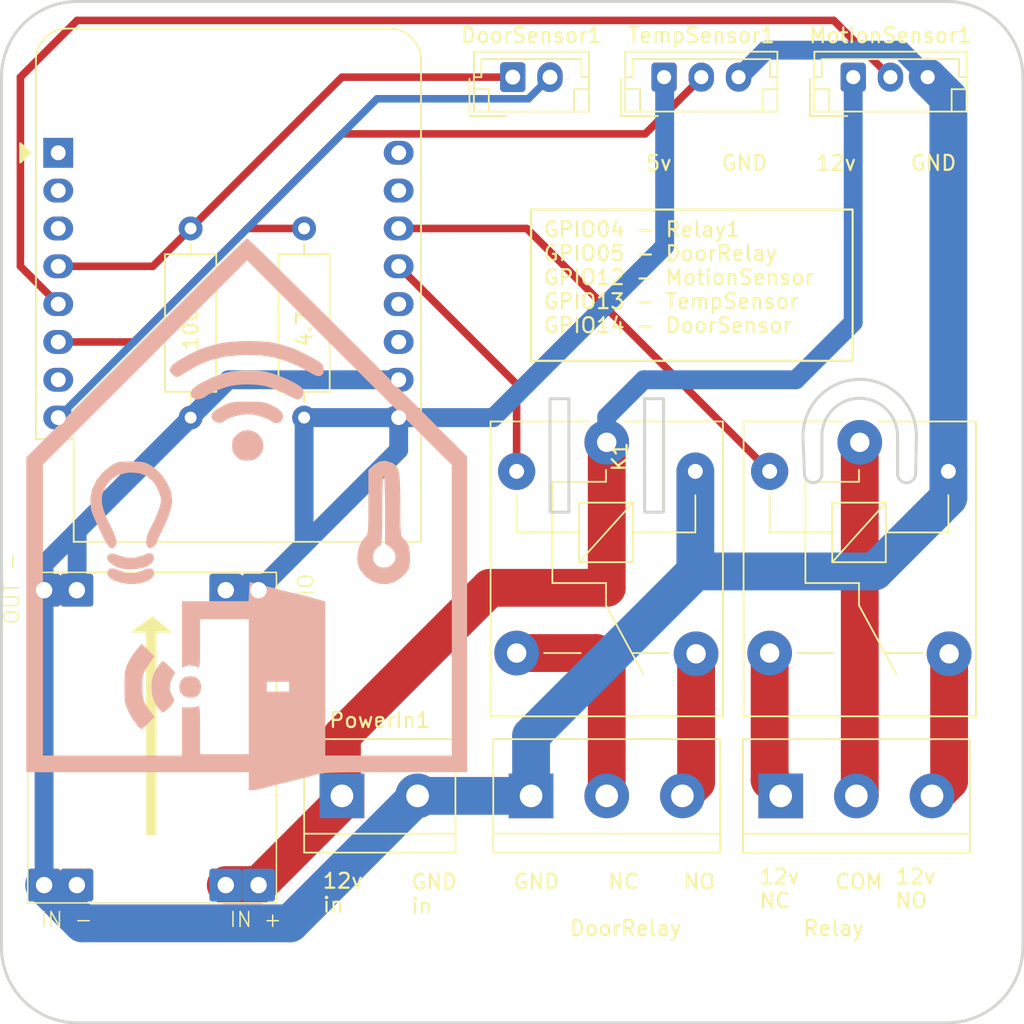
<source format=kicad_pcb>
(kicad_pcb (version 20221018) (generator pcbnew)
  (layers (0 "F.Cu" signal) (31 "B.Cu" signal) (34 "B.Paste" user) (35 "F.Paste" user) (36 "B.SilkS" user "B.Silkscreen") (37 "F.SilkS" user "F.Silkscreen") (38 "B.Mask" user) (39 "F.Mask" user) (44 "Edge.Cuts" user))
  (net 0 "")
  (net 1 "/Relay1_NC")
  (net 3 "/Relay1_NO")
  (net 4 "/R2_NC")
  (net 5 "/R2_COM")
  (net 6 "/R2_NO")
  (net 7 "+12V")
  (net 8 "GND")
  (net 9 "/Door_Sensor")
  (net 10 "+5V")
  (net 11 "/Temp_Sensor")
  (net 12 "/Relay1")
  (net 13 "/Relay2")
  (net 18 "+3.3V")
  (net 19 "/Motion_Sensor")
  (footprint "Connector_JST:JST_EH_B2B-EH-A_1x02_P2.50mm_Vertical" (layer "F.Cu") (at 85.13 30.48)
    (fp_text reference "DoorSensor1" (at 1.25 -2.8) (layer "F.SilkS"))
    (fp_text value "Conn_01x02_Pin")
    (fp_line (start -2.91 0.11) (end -2.91 2.61) (stroke (width 0.12)) (layer "F.SilkS"))
    (fp_line (start -2.91 2.61) (end -0.41 2.61) (stroke (width 0.12)) (layer "F.SilkS"))
    (fp_line (start -2.61 -1.71) (end -2.61 2.31) (stroke (width 0.12)) (layer "F.SilkS"))
    (fp_line (start -2.61 0) (end -2.11 0) (stroke (width 0.12)) (layer "F.SilkS"))
    (fp_line (start -2.61 0.81) (end -1.61 0.81) (stroke (width 0.12)) (layer "F.SilkS"))
    (fp_line (start -2.61 2.31) (end 5.11 2.31) (stroke (width 0.12)) (layer "F.SilkS"))
    (fp_line (start -2.11 -1.21) (end 4.61 -1.21) (stroke (width 0.12)) (layer "F.SilkS"))
    (fp_line (start -2.11 0) (end -2.11 -1.21) (stroke (width 0.12)) (layer "F.SilkS"))
    (fp_line (start -1.61 0.81) (end -1.61 2.31) (stroke (width 0.12)) (layer "F.SilkS"))
    (fp_line (start 4.11 0.81) (end 4.11 2.31) (stroke (width 0.12)) (layer "F.SilkS"))
    (fp_line (start 4.61 -1.21) (end 4.61 0) (stroke (width 0.12)) (layer "F.SilkS"))
    (fp_line (start 4.61 0) (end 5.11 0) (stroke (width 0.12)) (layer "F.SilkS"))
    (fp_line (start 5.11 -1.71) (end -2.61 -1.71) (stroke (width 0.12)) (layer "F.SilkS"))
    (fp_line (start 5.11 0.81) (end 4.11 0.81) (stroke (width 0.12)) (layer "F.SilkS"))
    (fp_line (start 5.11 2.31) (end 5.11 -1.71) (stroke (width 0.12)) (layer "F.SilkS"))
    (pad "1" thru_hole roundrect (at 0 0) (size 1.7 2) (drill 1) (layers "*.Cu" "*.Mask") (roundrect_rratio 0.1470588235) (net 9 "/Door_Sensor"))
    (pad "2" thru_hole oval (at 2.5 0) (size 1.7 2) (drill 1) (layers "*.Cu" "*.Mask") (net 18 "+3.3V"))
  )
  (footprint "TerminalBlock:TerminalBlock_bornier-3_P5.08mm" (layer "F.Cu") (at 103.122137 78.741952)
    (fp_text reference "Relay" (at 3.557863 8.888048) (layer "F.SilkS"))
    (fp_text value "Screw_Terminal_01x03")
    (fp_line (start -2.54 -3.81) (end 12.7 -3.81) (stroke (width 0.12)) (layer "F.SilkS"))
    (fp_line (start -2.54 2.54) (end 12.7 2.54) (stroke (width 0.12)) (layer "F.SilkS"))
    (fp_line (start -2.54 3.81) (end -2.54 -3.81) (stroke (width 0.12)) (layer "F.SilkS"))
    (fp_line (start -2.54 3.81) (end 12.7 3.81) (stroke (width 0.12)) (layer "F.SilkS"))
    (fp_line (start 12.7 3.81) (end 12.7 -3.81) (stroke (width 0.12)) (layer "F.SilkS"))
    (pad "1" thru_hole rect (at 0 0) (size 3 3) (drill 1.52) (layers "*.Cu" "*.Mask") (net 6 "/R2_NO"))
    (pad "2" thru_hole circle (at 5.08 0) (size 3 3) (drill 1.52) (layers "*.Cu" "*.Mask") (net 5 "/R2_COM"))
    (pad "3" thru_hole circle (at 10.16 0) (size 3 3) (drill 1.52) (layers "*.Cu" "*.Mask") (net 4 "/R2_NC"))
  )
  (footprint "Resistor_THT:R_Axial_DIN0309_L9.0mm_D3.2mm_P12.70mm_Horizontal" (layer "F.Cu") (at 71.12 53.34 90)
    (fp_text reference "R2" hide)
    (fp_text value "4.7k" (at 6.35 0 90) (layer "F.SilkS"))
    (fp_line (start 1.04 0) (end 1.73 0) (stroke (width 0.12)) (layer "F.SilkS"))
    (fp_line (start 1.73 -1.72) (end 1.73 1.72) (stroke (width 0.12)) (layer "F.SilkS"))
    (fp_line (start 1.73 1.72) (end 10.97 1.72) (stroke (width 0.12)) (layer "F.SilkS"))
    (fp_line (start 10.97 -1.72) (end 1.73 -1.72) (stroke (width 0.12)) (layer "F.SilkS"))
    (fp_line (start 10.97 1.72) (end 10.97 -1.72) (stroke (width 0.12)) (layer "F.SilkS"))
    (fp_line (start 11.66 0) (end 10.97 0) (stroke (width 0.12)) (layer "F.SilkS"))
    (pad "1" thru_hole circle (at 0 0 90) (size 1.6 1.6) (drill 0.8) (layers "*.Cu" "*.Mask") (net 10 "+5V"))
    (pad "2" thru_hole oval (at 12.7 0 90) (size 1.6 1.6) (drill 0.8) (layers "*.Cu" "*.Mask") (net 11 "/Temp_Sensor"))
  )
  (footprint "Relay_THT:Relay_SPDT_SANYOU_SRD_Series_Form_C" (layer "F.Cu") (at 108.429492 55 -90)
    (fp_text reference "K2" hide)
    (fp_text value "SANYOU_SRD_Form_C")
    (fp_line (start -1.4 -7.8) (end -1.4 -1.2) (stroke (width 0.12)) (layer "F.SilkS"))
    (fp_line (start -1.4 -7.8) (end 18.4 -7.8) (stroke (width 0.12)) (layer "F.SilkS"))
    (fp_line (start -1.4 1.2) (end -1.4 7.8) (stroke (width 0.12)) (layer "F.SilkS"))
    (fp_line (start 2.65 0.05) (end 1.85 0.05) (stroke (width 0.12)) (layer "F.SilkS"))
    (fp_line (start 2.65 0.05) (end 2.65 3.65) (stroke (width 0.12)) (layer "F.SilkS"))
    (fp_line (start 3.55 6.05) (end 6.05 6.05) (stroke (width 0.12)) (layer "F.SilkS"))
    (fp_line (start 4.05 -1.75) (end 8.05 -1.75) (stroke (width 0.12)) (layer "F.SilkS"))
    (fp_line (start 4.05 1.85) (end 4.05 -1.75) (stroke (width 0.12)) (layer "F.SilkS"))
    (fp_line (start 6.05 -5.95) (end 3.55 -5.95) (stroke (width 0.12)) (layer "F.SilkS"))
    (fp_line (start 6.05 -5.95) (end 6.05 -1.75) (stroke (width 0.12)) (layer "F.SilkS"))
    (fp_line (start 6.05 1.85) (end 6.05 6.05) (stroke (width 0.12)) (layer "F.SilkS"))
    (fp_line (start 8.05 -1.75) (end 8.05 1.85) (stroke (width 0.12)) (layer "F.SilkS"))
    (fp_line (start 8.05 1.85) (end 4.05 -1.75) (stroke (width 0.12)) (layer "F.SilkS"))
    (fp_line (start 8.05 1.85) (end 4.05 1.85) (stroke (width 0.12)) (layer "F.SilkS"))
    (fp_line (start 9.45 0.05) (end 9.45 3.65) (stroke (width 0.12)) (layer "F.SilkS"))
    (fp_line (start 9.45 0.05) (end 10.95 0.05) (stroke (width 0.12)) (layer "F.SilkS"))
    (fp_line (start 9.45 3.65) (end 2.65 3.65) (stroke (width 0.12)) (layer "F.SilkS"))
    (fp_line (start 10.95 0.05) (end 15.55 -2.45) (stroke (width 0.12)) (layer "F.SilkS"))
    (fp_line (start 14.15 -4.2) (end 14.15 -1.7) (stroke (width 0.12)) (layer "F.SilkS"))
    (fp_line (start 14.15 4.2) (end 14.15 1.75) (stroke (width 0.12)) (layer "F.SilkS"))
    (fp_line (start 18.4 -7.8) (end 18.4 7.8) (stroke (width 0.12)) (layer "F.SilkS"))
    (fp_line (start 18.4 7.8) (end -1.4 7.8) (stroke (width 0.12)) (layer "F.SilkS"))
    (pad "1" thru_hole circle (at 0 0) (size 3 3) (drill 1.3) (layers "*.Cu" "*.Mask") (net 5 "/R2_COM"))
    (pad "2" thru_hole circle (at 1.95 6.05) (size 2.5 2.5) (drill 1) (layers "*.Cu" "*.Mask") (net 13 "/Relay2"))
    (pad "3" thru_hole circle (at 14.15 6.05) (size 3 3) (drill 1.3) (layers "*.Cu" "*.Mask") (net 6 "/R2_NO"))
    (pad "4" thru_hole circle (at 14.2 -6) (size 3 3) (drill 1.3) (layers "*.Cu" "*.Mask") (net 4 "/R2_NC"))
    (pad "5" thru_hole circle (at 1.95 -5.95) (size 2.5 2.5) (drill 1) (layers "*.Cu" "*.Mask") (net 8 "GND"))
  )
  (footprint "Relay_THT:Relay_SPDT_SANYOU_SRD_Series_Form_C" (layer "F.Cu") (at 91.44 55 -90)
    (fp_text reference "K1" (at 0.967221 -0.875574 90) (layer "F.SilkS"))
    (fp_text value "SANYOU_SRD_Form_C")
    (fp_line (start -1.4 -7.8) (end -1.4 -1.2) (stroke (width 0.12)) (layer "F.SilkS"))
    (fp_line (start -1.4 -7.8) (end 18.4 -7.8) (stroke (width 0.12)) (layer "F.SilkS"))
    (fp_line (start -1.4 1.2) (end -1.4 7.8) (stroke (width 0.12)) (layer "F.SilkS"))
    (fp_line (start 2.65 0.05) (end 1.85 0.05) (stroke (width 0.12)) (layer "F.SilkS"))
    (fp_line (start 2.65 0.05) (end 2.65 3.65) (stroke (width 0.12)) (layer "F.SilkS"))
    (fp_line (start 3.55 6.05) (end 6.05 6.05) (stroke (width 0.12)) (layer "F.SilkS"))
    (fp_line (start 4.05 -1.75) (end 8.05 -1.75) (stroke (width 0.12)) (layer "F.SilkS"))
    (fp_line (start 4.05 1.85) (end 4.05 -1.75) (stroke (width 0.12)) (layer "F.SilkS"))
    (fp_line (start 6.05 -5.95) (end 3.55 -5.95) (stroke (width 0.12)) (layer "F.SilkS"))
    (fp_line (start 6.05 -5.95) (end 6.05 -1.75) (stroke (width 0.12)) (layer "F.SilkS"))
    (fp_line (start 6.05 1.85) (end 6.05 6.05) (stroke (width 0.12)) (layer "F.SilkS"))
    (fp_line (start 8.05 -1.75) (end 8.05 1.85) (stroke (width 0.12)) (layer "F.SilkS"))
    (fp_line (start 8.05 1.85) (end 4.05 -1.75) (stroke (width 0.12)) (layer "F.SilkS"))
    (fp_line (start 8.05 1.85) (end 4.05 1.85) (stroke (width 0.12)) (layer "F.SilkS"))
    (fp_line (start 9.45 0.05) (end 9.45 3.65) (stroke (width 0.12)) (layer "F.SilkS"))
    (fp_line (start 9.45 0.05) (end 10.95 0.05) (stroke (width 0.12)) (layer "F.SilkS"))
    (fp_line (start 9.45 3.65) (end 2.65 3.65) (stroke (width 0.12)) (layer "F.SilkS"))
    (fp_line (start 10.95 0.05) (end 15.55 -2.45) (stroke (width 0.12)) (layer "F.SilkS"))
    (fp_line (start 14.15 -4.2) (end 14.15 -1.7) (stroke (width 0.12)) (layer "F.SilkS"))
    (fp_line (start 14.15 4.2) (end 14.15 1.75) (stroke (width 0.12)) (layer "F.SilkS"))
    (fp_line (start 18.4 -7.8) (end 18.4 7.8) (stroke (width 0.12)) (layer "F.SilkS"))
    (fp_line (start 18.4 7.8) (end -1.4 7.8) (stroke (width 0.12)) (layer "F.SilkS"))
    (pad "1" thru_hole circle (at 0 0) (size 3 3) (drill 1.3) (layers "*.Cu" "*.Mask") (net 7 "+12V"))
    (pad "2" thru_hole circle (at 1.95 6.05) (size 2.5 2.5) (drill 1) (layers "*.Cu" "*.Mask") (net 12 "/Relay1"))
    (pad "3" thru_hole circle (at 14.15 6.05) (size 3 3) (drill 1.3) (layers "*.Cu" "*.Mask") (net 3 "/Relay1_NO"))
    (pad "4" thru_hole circle (at 14.2 -6) (size 3 3) (drill 1.3) (layers "*.Cu" "*.Mask") (net 1 "/Relay1_NC"))
    (pad "5" thru_hole circle (at 1.95 -5.95) (size 2.5 2.5) (drill 1) (layers "*.Cu" "*.Mask") (net 8 "GND"))
  )
  (footprint "mini360:buck_converter 16.8x22,14" (layer "F.Cu") (at 60.96 74.93 -90)
    (fp_text reference "U3" (at 0 -7 -90 unlocked) (layer "F.SilkS") (effects (font (thickness 0.1))))
    (fp_text value "mini-360")
    (fp_text user "OUT -" (at -7.62 8.89 90 unlocked) (layer "F.SilkS") (effects (font (thickness 0.1)) (justify left bottom)))
    (fp_text user "IN +" (at 12.7 -5.08 unlocked) (layer "F.SilkS") (effects (font (thickness 0.1)) (justify left bottom)))
    (fp_text user "OUT +" (at -11.2 -9.6 -90 unlocked) (layer "F.SilkS") (effects (font (thickness 0.1)) (justify left bottom)))
    (fp_text user "IN -" (at 12.7 7.62 unlocked) (layer "F.SilkS") (effects (font (thickness 0.1)) (justify left bottom)))
    (fp_rect (start -11.2 -8.3) (end 11 8.4) (stroke (width 0.1)) (fill none) (layer "F.SilkS"))
    (fp_poly (pts (xy -7.2 -1.2) (xy -8.2 0) (xy -7.2 1.4) (xy -7.2 0.4) (xy 6.4 0.4) (xy 6.4 -0.2) (xy -7.2 -0.2)) (stroke (width 0.1)) (fill solid) (layer "F.SilkS"))
    (pad "1" thru_hole roundrect (at 9.8 5.1 270) (size 2.2 2.2) (drill 1.1) (layers "*.Cu" "*.Mask") (roundrect_rratio 0.09090909091) (net 8 "GND"))
    (pad "1" thru_hole roundrect (at 9.8 7.3 270) (size 2.2 2.2) (drill 1.1) (layers "*.Cu" "*.Mask") (roundrect_rratio 0.09090909091) (net 8 "GND"))
    (pad "2" thru_hole roundrect (at 9.8 -7.1 270) (size 2.2 2.2) (drill 1.1) (layers "*.Cu" "*.Mask") (roundrect_rratio 0.09090909091) (net 7 "+12V"))
    (pad "2" thru_hole roundrect (at 9.8 -4.9 270) (size 2.2 2.2) (drill 1.1) (layers "*.Cu" "*.Mask") (roundrect_rratio 0.09090909091) (net 7 "+12V"))
    (pad "3" thru_hole roundrect (at -10 5.1 270) (size 2.2 2.2) (drill 1.1) (layers "*.Cu" "*.Mask") (roundrect_rratio 0.09090909091) (net 8 "GND"))
    (pad "3" thru_hole roundrect (at -10 7.3 270) (size 2.2 2.2) (drill 1.1) (layers "*.Cu" "*.Mask") (roundrect_rratio 0.09090909091) (net 8 "GND"))
    (pad "4" thru_hole roundrect (at -10 -7.1 270) (size 2.2 2.2) (drill 1.1) (layers "*.Cu" "*.Mask") (roundrect_rratio 0.09090909091) (net 10 "+5V"))
    (pad "4" thru_hole roundrect (at -10 -4.9 270) (size 2.2 2.2) (drill 1.1) (layers "*.Cu" "*.Mask") (roundrect_rratio 0.09090909091) (net 10 "+5V"))
  )
  (footprint "Connector_JST:JST_EH_B3B-EH-A_1x03_P2.50mm_Vertical" (layer "F.Cu") (at 107.99 30.48)
    (fp_text reference "MotionSensor1" (at 2.5 -2.8) (layer "F.SilkS"))
    (fp_text value "Conn_01x03_Pin")
    (fp_line (start -2.91 0.11) (end -2.91 2.61) (stroke (width 0.12)) (layer "F.SilkS"))
    (fp_line (start -2.91 2.61) (end -0.41 2.61) (stroke (width 0.12)) (layer "F.SilkS"))
    (fp_line (start -2.61 -1.71) (end -2.61 2.31) (stroke (width 0.12)) (layer "F.SilkS"))
    (fp_line (start -2.61 0) (end -2.11 0) (stroke (width 0.12)) (layer "F.SilkS"))
    (fp_line (start -2.61 0.81) (end -1.61 0.81) (stroke (width 0.12)) (layer "F.SilkS"))
    (fp_line (start -2.61 2.31) (end 7.61 2.31) (stroke (width 0.12)) (layer "F.SilkS"))
    (fp_line (start -2.11 -1.21) (end 7.11 -1.21) (stroke (width 0.12)) (layer "F.SilkS"))
    (fp_line (start -2.11 0) (end -2.11 -1.21) (stroke (width 0.12)) (layer "F.SilkS"))
    (fp_line (start -1.61 0.81) (end -1.61 2.31) (stroke (width 0.12)) (layer "F.SilkS"))
    (fp_line (start 6.61 0.81) (end 6.61 2.31) (stroke (width 0.12)) (layer "F.SilkS"))
    (fp_line (start 7.11 -1.21) (end 7.11 0) (stroke (width 0.12)) (layer "F.SilkS"))
    (fp_line (start 7.11 0) (end 7.61 0) (stroke (width 0.12)) (layer "F.SilkS"))
    (fp_line (start 7.61 -1.71) (end -2.61 -1.71) (stroke (width 0.12)) (layer "F.SilkS"))
    (fp_line (start 7.61 0.81) (end 6.61 0.81) (stroke (width 0.12)) (layer "F.SilkS"))
    (fp_line (start 7.61 2.31) (end 7.61 -1.71) (stroke (width 0.12)) (layer "F.SilkS"))
    (pad "1" thru_hole roundrect (at 0 0) (size 1.7 1.95) (drill 0.95) (layers "*.Cu" "*.Mask") (roundrect_rratio 0.1470588235) (net 7 "+12V"))
    (pad "2" thru_hole oval (at 2.5 0) (size 1.7 1.95) (drill 0.95) (layers "*.Cu" "*.Mask") (net 19 "/Motion_Sensor"))
    (pad "3" thru_hole oval (at 5 0) (size 1.7 1.95) (drill 0.95) (layers "*.Cu" "*.Mask") (net 8 "GND"))
  )
  (footprint "Resistor_THT:R_Axial_DIN0309_L9.0mm_D3.2mm_P12.70mm_Horizontal" (layer "F.Cu") (at 63.5 40.64 -90)
    (fp_text reference "R1" hide)
    (fp_text value "100k" (at 6.35 0 90) (layer "F.SilkS"))
    (fp_line (start 1.04 0) (end 1.73 0) (stroke (width 0.12)) (layer "F.SilkS"))
    (fp_line (start 1.73 -1.72) (end 1.73 1.72) (stroke (width 0.12)) (layer "F.SilkS"))
    (fp_line (start 1.73 1.72) (end 10.97 1.72) (stroke (width 0.12)) (layer "F.SilkS"))
    (fp_line (start 10.97 -1.72) (end 1.73 -1.72) (stroke (width 0.12)) (layer "F.SilkS"))
    (fp_line (start 10.97 1.72) (end 10.97 -1.72) (stroke (width 0.12)) (layer "F.SilkS"))
    (fp_line (start 11.66 0) (end 10.97 0) (stroke (width 0.12)) (layer "F.SilkS"))
    (pad "1" thru_hole circle (at 0 0 270) (size 1.6 1.6) (drill 0.8) (layers "*.Cu" "*.Mask") (net 9 "/Door_Sensor"))
    (pad "2" thru_hole oval (at 12.7 0 270) (size 1.6 1.6) (drill 0.8) (layers "*.Cu" "*.Mask") (net 8 "GND"))
  )
  (footprint "TerminalBlock:TerminalBlock_bornier-3_P5.08mm" (layer "F.Cu") (at 86.36 78.74)
    (fp_text reference "DoorRelay" (at 6.35 8.89) (layer "F.SilkS"))
    (fp_text value "Screw_Terminal_01x03")
    (fp_line (start -2.54 -3.81) (end 12.7 -3.81) (stroke (width 0.12)) (layer "F.SilkS"))
    (fp_line (start -2.54 2.54) (end 12.7 2.54) (stroke (width 0.12)) (layer "F.SilkS"))
    (fp_line (start -2.54 3.81) (end -2.54 -3.81) (stroke (width 0.12)) (layer "F.SilkS"))
    (fp_line (start -2.54 3.81) (end 12.7 3.81) (stroke (width 0.12)) (layer "F.SilkS"))
    (fp_line (start 12.7 3.81) (end 12.7 -3.81) (stroke (width 0.12)) (layer "F.SilkS"))
    (pad "1" thru_hole rect (at 0 0) (size 3 3) (drill 1.52) (layers "*.Cu" "*.Mask") (net 8 "GND"))
    (pad "2" thru_hole circle (at 5.08 0) (size 3 3) (drill 1.52) (layers "*.Cu" "*.Mask") (net 3 "/Relay1_NO"))
    (pad "3" thru_hole circle (at 10.16 0) (size 3 3) (drill 1.52) (layers "*.Cu" "*.Mask") (net 1 "/Relay1_NC"))
  )
  (footprint "Module:WEMOS_D1_mini_light" (layer "F.Cu") (at 54.61 35.56)
    (fp_text reference "U1" hide)
    (fp_text value "WeMos_D1_mini")
    (fp_line (start -1.5 19.22) (end -1.5 -6.21) (stroke (width 0.12)) (layer "F.SilkS"))
    (fp_line (start -1.5 19.22) (end 1.04 19.22) (stroke (width 0.12)) (layer "F.SilkS"))
    (fp_line (start 1.04 19.22) (end 1.04 26.12) (stroke (width 0.12)) (layer "F.SilkS"))
    (fp_line (start 1.04 26.12) (end 24.36 26.12) (stroke (width 0.12)) (layer "F.SilkS"))
    (fp_line (start 22.24 -8.34) (end 0.63 -8.34) (stroke (width 0.12)) (layer "F.SilkS"))
    (fp_line (start 24.36 26.12) (end 24.36 -6.21) (stroke (width 0.12)) (layer "F.SilkS"))
    (fp_arc (start -1.5 -6.21) (mid -0.876137 -7.716137) (end 0.63 -8.34) (stroke (width 0.12)) (layer "F.SilkS"))
    (fp_arc (start 22.23 -8.34) (mid 23.736137 -7.716137) (end 24.36 -6.21) (stroke (width 0.12)) (layer "F.SilkS"))
    (fp_poly (pts (xy -2.54 -0.635) (xy -2.54 0.635) (xy -1.905 0)) (stroke (width 0.15)) (fill solid) (layer "F.SilkS"))
    (pad "1" thru_hole rect (at 0 0) (size 2 2) (drill 1) (layers "*.Cu" "*.Mask"))
    (pad "2" thru_hole oval (at 0 2.54) (size 2 1.6) (drill 1) (layers "*.Cu" "*.Mask"))
    (pad "3" thru_hole oval (at 0 5.08) (size 2 1.6) (drill 1) (layers "*.Cu" "*.Mask"))
    (pad "4" thru_hole oval (at 0 7.62) (size 2 1.6) (drill 1) (layers "*.Cu" "*.Mask") (net 9 "/Door_Sensor"))
    (pad "5" thru_hole oval (at 0 10.16) (size 2 1.6) (drill 1) (layers "*.Cu" "*.Mask") (net 19 "/Motion_Sensor"))
    (pad "6" thru_hole oval (at 0 12.7) (size 2 1.6) (drill 1) (layers "*.Cu" "*.Mask") (net 11 "/Temp_Sensor"))
    (pad "7" thru_hole oval (at 0 15.24) (size 2 1.6) (drill 1) (layers "*.Cu" "*.Mask"))
    (pad "8" thru_hole oval (at 0 17.78) (size 2 1.6) (drill 1) (layers "*.Cu" "*.Mask") (net 18 "+3.3V"))
    (pad "9" thru_hole oval (at 22.86 17.78) (size 2 1.6) (drill 1) (layers "*.Cu" "*.Mask") (net 10 "+5V"))
    (pad "10" thru_hole oval (at 22.86 15.24) (size 2 1.6) (drill 1) (layers "*.Cu" "*.Mask") (net 8 "GND"))
    (pad "11" thru_hole oval (at 22.86 12.7) (size 2 1.6) (drill 1) (layers "*.Cu" "*.Mask"))
    (pad "12" thru_hole oval (at 22.86 10.16) (size 2 1.6) (drill 1) (layers "*.Cu" "*.Mask"))
    (pad "13" thru_hole oval (at 22.86 7.62) (size 2 1.6) (drill 1) (layers "*.Cu" "*.Mask") (net 12 "/Relay1"))
    (pad "14" thru_hole oval (at 22.86 5.08) (size 2 1.6) (drill 1) (layers "*.Cu" "*.Mask") (net 13 "/Relay2"))
    (pad "15" thru_hole oval (at 22.86 2.54) (size 2 1.6) (drill 1) (layers "*.Cu" "*.Mask"))
    (pad "16" thru_hole oval (at 22.86 0) (size 2 1.6) (drill 1) (layers "*.Cu" "*.Mask"))
  )
  (footprint "Connector_JST:JST_EH_B3B-EH-A_1x03_P2.50mm_Vertical" (layer "F.Cu") (at 95.29 30.48)
    (fp_text reference "TempSensor1" (at 2.5 -2.8) (layer "F.SilkS"))
    (fp_text value "Conn_01x03_Pin")
    (fp_line (start -2.91 0.11) (end -2.91 2.61) (stroke (width 0.12)) (layer "F.SilkS"))
    (fp_line (start -2.91 2.61) (end -0.41 2.61) (stroke (width 0.12)) (layer "F.SilkS"))
    (fp_line (start -2.61 -1.71) (end -2.61 2.31) (stroke (width 0.12)) (layer "F.SilkS"))
    (fp_line (start -2.61 0) (end -2.11 0) (stroke (width 0.12)) (layer "F.SilkS"))
    (fp_line (start -2.61 0.81) (end -1.61 0.81) (stroke (width 0.12)) (layer "F.SilkS"))
    (fp_line (start -2.61 2.31) (end 7.61 2.31) (stroke (width 0.12)) (layer "F.SilkS"))
    (fp_line (start -2.11 -1.21) (end 7.11 -1.21) (stroke (width 0.12)) (layer "F.SilkS"))
    (fp_line (start -2.11 0) (end -2.11 -1.21) (stroke (width 0.12)) (layer "F.SilkS"))
    (fp_line (start -1.61 0.81) (end -1.61 2.31) (stroke (width 0.12)) (layer "F.SilkS"))
    (fp_line (start 6.61 0.81) (end 6.61 2.31) (stroke (width 0.12)) (layer "F.SilkS"))
    (fp_line (start 7.11 -1.21) (end 7.11 0) (stroke (width 0.12)) (layer "F.SilkS"))
    (fp_line (start 7.11 0) (end 7.61 0) (stroke (width 0.12)) (layer "F.SilkS"))
    (fp_line (start 7.61 -1.71) (end -2.61 -1.71) (stroke (width 0.12)) (layer "F.SilkS"))
    (fp_line (start 7.61 0.81) (end 6.61 0.81) (stroke (width 0.12)) (layer "F.SilkS"))
    (fp_line (start 7.61 2.31) (end 7.61 -1.71) (stroke (width 0.12)) (layer "F.SilkS"))
    (pad "1" thru_hole roundrect (at 0 0) (size 1.7 1.95) (drill 0.95) (layers "*.Cu" "*.Mask") (roundrect_rratio 0.1470588235) (net 10 "+5V"))
    (pad "2" thru_hole oval (at 2.5 0) (size 1.7 1.95) (drill 0.95) (layers "*.Cu" "*.Mask") (net 11 "/Temp_Sensor"))
    (pad "3" thru_hole oval (at 5 0) (size 1.7 1.95) (drill 0.95) (layers "*.Cu" "*.Mask") (net 8 "GND"))
  )
  (footprint "TerminalBlock:TerminalBlock_bornier-2_P5.08mm" (layer "F.Cu") (at 73.66 78.74)
    (fp_text reference "PowerIn1" (at 2.54 -5.08) (layer "F.SilkS"))
    (fp_text value "Screw_Terminal_01x02")
    (fp_line (start -2.54 -3.81) (end -2.54 3.81) (stroke (width 0.12)) (layer "F.SilkS"))
    (fp_line (start -2.54 3.81) (end 7.62 3.81) (stroke (width 0.12)) (layer "F.SilkS"))
    (fp_line (start 7.62 -3.81) (end -2.54 -3.81) (stroke (width 0.12)) (layer "F.SilkS"))
    (fp_line (start 7.62 2.54) (end -2.54 2.54) (stroke (width 0.12)) (layer "F.SilkS"))
    (fp_line (start 7.62 3.81) (end 7.62 -3.81) (stroke (width 0.12)) (layer "F.SilkS"))
    (pad "1" thru_hole rect (at 0 0) (size 3 3) (drill 1.52) (layers "*.Cu" "*.Mask") (net 7 "+12V"))
    (pad "2" thru_hole circle (at 5.08 0) (size 3 3) (drill 1.52) (layers "*.Cu" "*.Mask") (net 8 "GND"))
  )
  (footprint "LOGO" (layer "B.Cu") (at 67.31 59.69 180)
    (fp_text reference "G***" hide)
    (fp_text value "LOGO" hide)
    (fp_poly (pts (xy 4.235253 -11.089237) (xy 4.464252 -11.299034) (xy 4.568718 -11.647662) (xy 4.575736 -11.795109) (xy 4.495539 -12.118116) (xy 4.274443 -12.345217) (xy 3.941686 -12.457536) (xy 3.569575 -12.444644) (xy 3.313477 -12.312091) (xy 3.149607 -12.051239) (xy 3.102719 -11.707941) (xy 3.114252 -11.601255) (xy 3.217628 -11.282173) (xy 3.419976 -11.096992) (xy 3.751244 -11.023018) (xy 3.882476 -11.019118)) (fill solid) (layer "B.SilkS"))
    (fp_poly (pts (xy 0.306823 5.466336) (xy 0.585926 5.311452) (xy 0.697119 5.219738) (xy 0.902918 5.015085) (xy 0.99958 4.822067) (xy 1.026658 4.551552) (xy 1.027206 4.475899) (xy 1.004472 4.15854) (xy 0.913242 3.932884) (xy 0.750206 3.738514) (xy 0.540081 3.557677) (xy 0.321865 3.474697) (xy 0.015741 3.455147) (xy -0.397657 3.502585) (xy -0.681014 3.643372) (xy -0.952999 3.957074) (xy -1.072285 4.317762) (xy -1.052549 4.687566) (xy -0.907466 5.02862) (xy -0.650712 5.303055) (xy -0.295965 5.473001) (xy -0.00703 5.509559)) (fill solid) (layer "B.SilkS"))
    (fp_poly (pts (xy 6.794478 -3.815856) (xy 7.035702 -3.914959) (xy 7.585889 -4.083795) (xy 8.14778 -4.067662) (xy 8.639185 -3.901597) (xy 9.000358 -3.775104) (xy 9.252237 -3.799846) (xy 9.395219 -3.975902) (xy 9.415983 -4.053282) (xy 9.371801 -4.267767) (xy 9.175311 -4.462611) (xy 8.860778 -4.626721) (xy 8.462462 -4.749004) (xy 8.014627 -4.818367) (xy 7.551535 -4.823714) (xy 7.190442 -4.773869) (xy 6.709538 -4.624688) (xy 6.39838 -4.426031) (xy 6.262536 -4.181839) (xy 6.256618 -4.112718) (xy 6.317813 -3.872492) (xy 6.498533 -3.773174)) (fill solid) (layer "B.SilkS"))
    (fp_poly (pts (xy 6.674716 -2.767589) (xy 6.939048 -2.87664) (xy 6.955083 -2.884153) (xy 7.530252 -3.054847) (xy 8.128974 -3.045223) (xy 8.636978 -2.895235) (xy 8.945962 -2.784481) (xy 9.153778 -2.770542) (xy 9.251705 -2.805138) (xy 9.418689 -2.965859) (xy 9.414814 -3.164497) (xy 9.24812 -3.385327) (xy 8.926643 -3.612622) (xy 8.805924 -3.677342) (xy 8.444161 -3.789125) (xy 7.978524 -3.835846) (xy 7.479418 -3.819575) (xy 7.017251 -3.742385) (xy 6.676839 -3.614687) (xy 6.404456 -3.399543) (xy 6.271841 -3.159723) (xy 6.291631 -2.930988) (xy 6.391085 -2.806123) (xy 6.510962 -2.746699)) (fill solid) (layer "B.SilkS"))
    (fp_poly (pts (xy 5.777569 -10.067583) (xy 5.933356 -10.263115) (xy 6.108101 -10.531284) (xy 6.269557 -10.82487) (xy 6.329624 -10.953475) (xy 6.412678 -11.28451) (xy 6.439163 -11.712306) (xy 6.40899 -12.155601) (xy 6.331336 -12.506605) (xy 6.201022 -12.807621) (xy 6.028709 -13.096208) (xy 5.84906 -13.323505) (xy 5.696741 -13.44065) (xy 5.664122 -13.447059) (xy 5.539703 -13.383683) (xy 5.343041 -13.220628) (xy 5.192582 -13.07194) (xy 5.002919 -12.841883) (xy 4.901113 -12.656592) (xy 4.896855 -12.581683) (xy 4.986379 -12.418078) (xy 5.091625 -12.233088) (xy 5.214743 -11.876101) (xy 5.176162 -11.486974) (xy 5.042647 -11.159191) (xy 4.929579 -10.9319) (xy 4.863201 -10.787805) (xy 4.855883 -10.766024) (xy 4.919104 -10.673064) (xy 5.076481 -10.505364) (xy 5.279581 -10.308807) (xy 5.479975 -10.129275) (xy 5.629229 -10.012651) (xy 5.672987 -9.991912)) (fill solid) (layer "B.SilkS"))
    (fp_poly (pts (xy 0.438936 7.418068) (xy 0.786626 7.405567) (xy 1.045166 7.373456) (xy 1.26334 7.313936) (xy 1.489935 7.219208) (xy 1.634192 7.150075) (xy 2.079448 6.89927) (xy 2.344114 6.66695) (xy 2.432587 6.445918) (xy 2.349268 6.228978) (xy 2.257169 6.131017) (xy 2.000792 5.996398) (xy 1.731886 6.003077) (xy 1.570825 6.098424) (xy 1.291934 6.280559) (xy 0.889167 6.42962) (xy 0.424432 6.531637) (xy -0.040362 6.572644) (xy -0.410167 6.545357) (xy -0.808945 6.450745) (xy -1.178365 6.328511) (xy -1.468144 6.198146) (xy -1.628 6.079138) (xy -1.633316 6.071268) (xy -1.760147 6.003149) (xy -1.968542 5.97647) (xy -2.209849 6.030106) (xy -2.35155 6.209926) (xy -2.407641 6.478604) (xy -2.307749 6.722365) (xy -2.041102 6.956988) (xy -1.715691 7.141189) (xy -1.467229 7.258214) (xy -1.249965 7.336213) (xy -1.015189 7.383285) (xy -0.714195 7.407531) (xy -0.298274 7.417053) (xy -0.046691 7.418756)) (fill solid) (layer "B.SilkS"))
    (fp_poly (pts (xy 7.422038 -9.199294) (xy 7.652968 -9.503929) (xy 7.887529 -9.874781) (xy 8.001347 -10.085294) (xy 8.111047 -10.321405) (xy 8.183913 -10.534532) (xy 8.22744 -10.772575) (xy 8.249121 -11.083434) (xy 8.256451 -11.515006) (xy 8.257031 -11.719485) (xy 8.255179 -12.200032) (xy 8.242485 -12.543712) (xy 8.209998 -12.800416) (xy 8.148769 -13.020033) (xy 8.049847 -13.252453) (xy 7.942923 -13.470405) (xy 7.782238 -13.772356) (xy 7.645129 -13.99541) (xy 7.557444 -14.098197) (xy 7.549122 -14.100735) (xy 7.474577 -14.173754) (xy 7.470589 -14.207169) (xy 7.403125 -14.336006) (xy 7.255149 -14.480232) (xy 7.108282 -14.562535) (xy 7.093157 -14.564677) (xy 7.006321 -14.504848) (xy 6.831282 -14.346243) (xy 6.641431 -14.158924) (xy 6.240299 -13.7502) (xy 6.575321 -13.311298) (xy 6.790536 -13.006881) (xy 6.929569 -12.733528) (xy 7.008156 -12.434918) (xy 7.042034 -12.054734) (xy 7.047417 -11.621728) (xy 7.040668 -11.237733) (xy 7.009986 -10.969489) (xy 6.93423 -10.746001) (xy 6.79226 -10.496276) (xy 6.645947 -10.273507) (xy 6.247428 -9.676721) (xy 6.67234 -9.251809) (xy 7.097252 -8.826897)) (fill solid) (layer "B.SilkS"))
    (fp_poly (pts (xy 0.427878 9.503966) (xy 1.033677 9.444378) (xy 1.336462 9.391926) (xy 1.741502 9.280606) (xy 2.197067 9.113387) (xy 2.66023 8.91098) (xy 3.088065 8.6941) (xy 3.437644 8.483458) (xy 3.66604 8.299769) (xy 3.708206 8.247526) (xy 3.796373 7.986361) (xy 3.741304 7.751181) (xy 3.567072 7.596137) (xy 3.404319 7.56397) (xy 3.135392 7.609011) (xy 2.865524 7.718129) (xy 2.708089 7.834752) (xy 2.565975 7.933266) (xy 2.298438 8.065665) (xy 1.958238 8.209871) (xy 1.598134 8.34381) (xy 1.270887 8.445406) (xy 1.213971 8.459914) (xy 0.669677 8.548467) (xy 0.044821 8.582495) (xy -0.58043 8.561947) (xy -1.125909 8.486772) (xy -1.23276 8.46146) (xy -1.716271 8.301485) (xy -2.28038 8.061998) (xy -2.854776 7.773527) (xy -2.988235 7.699326) (xy -3.313611 7.576011) (xy -3.577834 7.617525) (xy -3.616254 7.639519) (xy -3.72619 7.811247) (xy -3.757633 8.110277) (xy -3.75009 8.218327) (xy -3.653918 8.360967) (xy -3.412738 8.541424) (xy -3.060258 8.743279) (xy -2.630187 8.950113) (xy -2.156233 9.145508) (xy -1.672104 9.313046) (xy -1.282667 9.420136) (xy -0.800289 9.492599) (xy -0.206776 9.520291)) (fill solid) (layer "B.SilkS"))
    (fp_poly (pts (xy 0.548132 11.477835) (xy 1.201779 11.430391) (xy 1.759398 11.351387) (xy 1.969438 11.304286) (xy 2.46364 11.172315) (xy 2.832676 11.064544) (xy 3.132538 10.959757) (xy 3.419217 10.836741) (xy 3.748708 10.674283) (xy 4.062133 10.511419) (xy 4.596955 10.21068) (xy 4.961885 9.9534) (xy 5.165552 9.728156) (xy 5.216584 9.523529) (xy 5.123609 9.328098) (xy 5.028359 9.232461) (xy 4.851881 9.103361) (xy 4.693672 9.07478) (xy 4.496964 9.152615) (xy 4.247229 9.313619) (xy 3.381901 9.830319) (xy 2.488085 10.201386) (xy 1.530529 10.437003) (xy 0.473986 10.547353) (xy -0.063067 10.558847) (xy -0.941919 10.519946) (xy -1.74812 10.396419) (xy -2.528375 10.174488) (xy -3.329387 9.840373) (xy -4.197863 9.380297) (xy -4.342279 9.296377) (xy -4.631228 9.157043) (xy -4.845573 9.135621) (xy -4.925919 9.157958) (xy -5.078281 9.267305) (xy -5.133525 9.474087) (xy -5.136029 9.562323) (xy -5.11912 9.73881) (xy -5.051889 9.89082) (xy -4.909583 10.03925) (xy -4.667449 10.204997) (xy -4.300733 10.408958) (xy -3.875367 10.626582) (xy -3.473508 10.823401) (xy -3.139543 10.970318) (xy -2.811363 11.0899) (xy -2.426855 11.204715) (xy -1.92391 11.337331) (xy -1.908212 11.341343) (xy -1.429713 11.425476) (xy -0.823539 11.475912) (xy -0.145616 11.493188)) (fill solid) (layer "B.SilkS"))
    (fp_poly (pts (xy 8.271927 3.400208) (xy 8.56719 3.378391) (xy 8.784048 3.328921) (xy 8.97664 3.240687) (xy 9.143084 3.138943) (xy 9.712849 2.678844) (xy 10.145046 2.133913) (xy 10.428939 1.529984) (xy 10.553791 0.892892) (xy 10.508865 0.248471) (xy 10.444911 0.00663) (xy 10.362383 -0.208019) (xy 10.217784 -0.5436) (xy 10.031729 -0.953588) (xy 9.831616 -1.37739) (xy 9.588689 -1.862248) (xy 9.39735 -2.189295) (xy 9.241346 -2.374728) (xy 9.104428 -2.434744) (xy 8.970343 -2.385542) (xy 8.89 -2.315882) (xy 8.79487 -2.136278) (xy 8.8018 -1.873507) (xy 8.915063 -1.50742) (xy 9.138928 -1.017868) (xy 9.18384 -0.929565) (xy 9.484065 -0.302782) (xy 9.675651 0.209265) (xy 9.76631 0.637935) (xy 9.763752 1.014587) (xy 9.717425 1.240448) (xy 9.474764 1.79888) (xy 9.103072 2.226537) (xy 8.615521 2.513714) (xy 8.025285 2.650711) (xy 7.788218 2.661397) (xy 7.263798 2.615142) (xy 6.839462 2.459671) (xy 6.448566 2.169927) (xy 6.426529 2.149424) (xy 6.218195 1.888295) (xy 6.01997 1.533368) (xy 5.866401 1.158557) (xy 5.792035 0.837773) (xy 5.789706 0.786991) (xy 5.829336 0.56112) (xy 5.934194 0.223671) (xy 6.083235 -0.171292) (xy 6.255414 -0.569703) (xy 6.429687 -0.917497) (xy 6.500245 -1.038374) (xy 6.676856 -1.395648) (xy 6.776399 -1.751262) (xy 6.797629 -2.066516) (xy 6.739301 -2.30271) (xy 6.600169 -2.421147) (xy 6.544945 -2.427941) (xy 6.35539 -2.362557) (xy 6.2244 -2.257169) (xy 6.104637 -2.090468) (xy 6.069853 -1.993457) (xy 6.029317 -1.872876) (xy 5.921242 -1.631818) (xy 5.765924 -1.314629) (xy 5.701312 -1.188328) (xy 5.391264 -0.526167) (xy 5.173189 0.076289) (xy 5.058118 0.58574) (xy 5.042647 0.799975) (xy 5.127022 1.357964) (xy 5.361097 1.926662) (xy 5.716296 2.461107) (xy 6.164045 2.916337) (xy 6.560443 3.18821) (xy 6.782627 3.295231) (xy 7.011027 3.36086) (xy 7.300746 3.394423) (xy 7.706884 3.405247) (xy 7.844118 3.40548)) (fill solid) (layer "B.SilkS"))
    (fp_poly (pts (xy -8.869133 3.404568) (xy -8.489429 3.169711) (xy -8.457752 3.140628) (xy -8.124264 2.826109) (xy -8.124264 0.680469) (xy -8.123562 -0.007482) (xy -8.120078 -0.533094) (xy -8.111743 -0.920792) (xy -8.096489 -1.195) (xy -8.072251 -1.380143) (xy -8.036958 -1.500646) (xy -7.988545 -1.580932) (xy -7.927563 -1.643064) (xy -7.644536 -2.006866) (xy -7.45653 -2.468071) (xy -7.373042 -2.969575) (xy -7.403568 -3.454275) (xy -7.557605 -3.865068) (xy -7.557936 -3.865604) (xy -7.931691 -4.322666) (xy -8.386984 -4.643554) (xy -8.891537 -4.816946) (xy -9.413073 -4.831517) (xy -9.897869 -4.686491) (xy -10.258273 -4.457251) (xy -10.593222 -4.151385) (xy -10.827566 -3.83761) (xy -10.8289 -3.835128) (xy -10.892018 -3.60416) (xy -10.92099 -3.258283) (xy -10.917197 -2.865944) (xy -10.917069 -2.864598) (xy -9.936388 -2.864598) (xy -9.923294 -3.200217) (xy -9.901519 -3.261165) (xy -9.697991 -3.535349) (xy -9.39735 -3.694807) (xy -9.058816 -3.724327) (xy -8.74161 -3.608693) (xy -8.692064 -3.571875) (xy -8.492151 -3.299344) (xy -8.435118 -2.965658) (xy -8.525249 -2.634855) (xy -8.620202 -2.497978) (xy -8.796373 -2.328162) (xy -8.936493 -2.243366) (xy -8.952225 -2.241177) (xy -8.987927 -2.17916) (xy -9.015689 -1.985366) (xy -9.03604 -1.64818) (xy -9.049506 -1.155988) (xy -9.056613 -0.497174) (xy -9.058088 0.093382) (xy -9.061768 0.881877) (xy -9.072596 1.517199) (xy -9.090253 1.991367) (xy -9.114418 2.296399) (xy -9.144774 2.424314) (xy -9.15147 2.427941) (xy -9.183287 2.335978) (xy -9.208862 2.065578) (xy -9.22786 1.624976) (xy -9.239943 1.022406) (xy -9.244774 0.266103) (xy -9.244853 0.145353) (xy -9.244853 -2.137235) (xy -9.506201 -2.291617) (xy -9.790765 -2.545566) (xy -9.936388 -2.864598) (xy -10.917069 -2.864598) (xy -10.88202 -2.49559) (xy -10.816841 -2.215666) (xy -10.795222 -2.166282) (xy -10.628035 -1.913339) (xy -10.468384 -1.736226) (xy -10.404195 -1.670029) (xy -10.355758 -1.586486) (xy -10.320862 -1.460509) (xy -10.297294 -1.267011) (xy -10.282844 -0.980905) (xy -10.275299 -0.577105) (xy -10.272447 -0.030524) (xy -10.272058 0.490618) (xy -10.268395 1.256466) (xy -10.25432 1.85867) (xy -10.225206 2.320264) (xy -10.176426 2.664279) (xy -10.103353 2.913748) (xy -10.00136 3.091701) (xy -9.86582 3.221172) (xy -9.70381 3.319187) (xy -9.274465 3.45447)) (fill solid) (layer "B.SilkS"))
    (fp_poly (pts (xy 0.103165 18.331139) (xy 0.306708 18.142417) (xy 0.624999 17.838182) (xy 1.049506 17.426834) (xy 1.571699 16.916773) (xy 2.183046 16.316399) (xy 2.875015 15.634113) (xy 3.639075 14.878315) (xy 4.466696 14.057406) (xy 5.349344 13.179784) (xy 6.27849 12.253852) (xy 7.245602 11.288009) (xy 7.493934 11.039675) (xy 14.847794 3.683779) (xy 14.847794 -6.88936) (xy 14.847794 -17.4625) (xy 7.377206 -17.4625) (xy -0.093382 -17.4625) (xy -0.093382 -18.069485) (xy -0.093382 -18.676471) (xy -0.396875 -18.665886) (xy -0.646835 -18.63351) (xy -0.992962 -18.55988) (xy -1.307353 -18.475963) (xy -1.688321 -18.368226) (xy -2.058318 -18.271417) (xy -2.287867 -18.217452) (xy -2.702399 -18.123647) (xy -3.202823 -18.001656) (xy -3.726773 -17.86755) (xy -4.211881 -17.7374) (xy -4.595779 -17.627277) (xy -4.681651 -17.600624) (xy -4.808316 -17.568864) (xy -4.982869 -17.542177) (xy -5.220773 -17.520156) (xy -5.537496 -17.502395) (xy -5.948503 -17.488486) (xy -6.469258 -17.478024) (xy -7.115227 -17.4706) (xy -7.901877 -17.46581) (xy -8.844671 -17.463245) (xy -9.934408 -17.4625) (xy -14.754411 -17.4625) (xy -14.754411 -16.341912) (xy -13.727206 -16.341912) (xy -9.478308 -16.341912) (xy -5.229411 -16.341912) (xy -5.229411 -11.392647) (xy -2.80147 -11.392647) (xy -2.80147 -11.719485) (xy -2.80147 -12.046324) (xy -2.054411 -12.046324) (xy -1.307353 -12.046324) (xy -1.307353 -11.719485) (xy -1.307353 -11.392647) (xy -2.054411 -11.392647) (xy -2.80147 -11.392647) (xy -5.229411 -11.392647) (xy -5.229411 -11.16294) (xy -5.229411 -5.983968) (xy -4.832536 -5.880691) (xy -4.476267 -5.784541) (xy -4.094011 -5.676549) (xy -4.015441 -5.653606) (xy -3.678083 -5.56322) (xy -3.271565 -5.46652) (xy -3.034926 -5.415568) (xy -2.669981 -5.336097) (xy -2.327728 -5.25328) (xy -2.155923 -5.206421) (xy -1.920918 -5.141142) (xy -1.566682 -5.048221) (xy -1.155525 -4.943881) (xy -0.988643 -4.902475) (xy -0.140073 -4.693448) (xy -0.112637 -5.334959) (xy -0.0852 -5.976471) (xy 2.151885 -5.976471) (xy 4.388971 -5.976471) (xy 4.388971 -8.220933) (xy 4.388971 -10.465395) (xy 4.191482 -10.359702) (xy 3.895506 -10.293015) (xy 3.525598 -10.343083) (xy 3.338419 -10.408916) (xy 3.279722 -10.422312) (xy 3.237006 -10.388573) (xy 3.207755 -10.283446) (xy 3.18945 -10.082679) (xy 3.179573 -9.76202) (xy 3.175609 -9.297215) (xy 3.175 -8.834623) (xy 3.175 -7.190441) (xy 1.540809 -7.190441) (xy -0.093382 -7.190441) (xy -0.093382 -11.719485) (xy -0.093382 -16.24853) (xy 1.540809 -16.24853) (xy 3.175 -16.24853) (xy 3.175 -14.604347) (xy 3.176141 -14.014504) (xy 3.18124 -13.587288) (xy 3.192816 -13.298568) (xy 3.213387 -13.124213) (xy 3.245471 -13.04009) (xy 3.291585 -13.022069) (xy 3.338419 -13.038139) (xy 3.527825 -13.08373) (xy 3.81467 -13.107658) (xy 3.945405 -13.108716) (xy 4.388971 -13.10132) (xy 4.388971 -14.721616) (xy 4.388971 -16.341912) (xy 9.058089 -16.341912) (xy 13.727206 -16.341912) (xy 13.727206 -6.573216) (xy 13.727206 3.195481) (xy 6.874052 10.048097) (xy 0.020898 16.900712) (xy -6.853154 10.027843) (xy -13.727206 3.154973) (xy -13.727206 -6.593469) (xy -13.727206 -16.341912) (xy -14.754411 -16.341912) (xy -14.754411 -6.863158) (xy -14.754411 3.736183) (xy -7.424341 11.066253) (xy -6.450558 12.038998) (xy -5.512607 12.973925) (xy -4.619034 13.862621) (xy -3.778388 14.696673) (xy -2.999216 15.46767) (xy -2.290065 16.167199) (xy -1.659482 16.786847) (xy -1.116015 17.318202) (xy -0.66821 17.752852) (xy -0.324617 18.082384) (xy -0.09378 18.298387) (xy 0.015751 18.392446) (xy 0.022901 18.395947)) (fill solid) (layer "B.SilkS"))
  )
  (gr_arc (start 104.615694 54.583435) (mid 108.425694 50.773435) (end 112.235694 54.583435) (stroke (width 0.2)) (layer "Edge.Cuts"))
  (gr_arc (start 114.3 25.400001) (mid 117.892102 26.887898) (end 119.379999 30.48) (stroke (width 0.2)) (layer "Edge.Cuts"))
  (gr_arc (start 55.88 93.98) (mid 52.287898 92.492102) (end 50.8 88.9) (stroke (width 0.2)) (layer "Edge.Cuts"))
  (gr_rect (start 87.63 52.07) (end 88.9 59.69) (stroke (width 0.2)) (fill none) (layer "Edge.Cuts"))
  (gr_line (start 55.88 93.98) (end 114.3 93.98) (stroke (width 0.2)) (layer "Edge.Cuts"))
  (gr_arc (start 119.38 88.9) (mid 117.892102 92.492102) (end 114.3 93.98) (stroke (width 0.2)) (layer "Edge.Cuts"))
  (gr_line (start 110.965694 54.583435) (end 110.965695 57.123435) (stroke (width 0.2)) (layer "Edge.Cuts"))
  (gr_arc (start 112.181111 57.121915) (mid 111.574141 57.712966) (end 110.965695 57.123435) (stroke (width 0.2)) (layer "Edge.Cuts"))
  (gr_rect (start 93.98 52.07) (end 95.25 59.69) (stroke (width 0.2)) (fill none) (layer "Edge.Cuts"))
  (gr_arc (start 105.885694 57.123435) (mid 105.301153 57.707941) (end 104.716612 57.123436) (stroke (width 0.2)) (layer "Edge.Cuts"))
  (gr_line (start 50.8 30.48) (end 50.8 88.9) (stroke (width 0.2)) (layer "Edge.Cuts"))
  (gr_arc (start 105.885694 54.583435) (mid 108.425694 52.043435) (end 110.965694 54.583435) (stroke (width 0.2)) (layer "Edge.Cuts"))
  (gr_arc (start 50.8 30.48) (mid 52.287898 26.887898) (end 55.88 25.4) (stroke (width 0.2)) (layer "Edge.Cuts"))
  (gr_line (start 114.3 25.400001) (end 55.88 25.4) (stroke (width 0.2)) (layer "Edge.Cuts"))
  (gr_line (start 105.885694 54.583435) (end 105.885694 57.123435) (stroke (width 0.2)) (layer "Edge.Cuts"))
  (gr_line (start 119.38 88.9) (end 119.379999 30.48) (stroke (width 0.2)) (layer "Edge.Cuts"))
  (gr_line (start 112.235694 54.583435) (end 112.181111 57.121915) (stroke (width 0.2)) (layer "Edge.Cuts"))
  (gr_line (start 104.615694 54.583435) (end 104.716612 57.123436) (stroke (width 0.2)) (layer "Edge.Cuts"))
  (gr_text "GND\n" (at 111.76 36.83) (layer "F.SilkS") (effects (font (size 1 1)) (justify left bottom)))
  (gr_text "COM\n" (at 106.68 85.09) (layer "F.SilkS") (effects (font (size 1 1)) (justify left bottom)))
  (gr_text "12v\n" (at 105.41 36.83) (layer "F.SilkS") (effects (font (size 1 1)) (justify left bottom)))
  (gr_text "12v\nNC\n" (at 101.6 86.36) (layer "F.SilkS") (effects (font (size 1 1)) (justify left bottom)))
  (gr_text "12v\nNO" (at 110.742138 86.36) (layer "F.SilkS") (effects (font (size 1 1)) (justify left bottom)))
  (gr_text "GND" (at 85.09 85.09) (layer "F.SilkS") (effects (font (size 1 1)) (justify left bottom)))
  (gr_text "NO" (at 96.52 85.09) (layer "F.SilkS") (effects (font (size 1 1)) (justify left bottom)))
  (gr_text "NC\n" (at 91.44 85.09) (layer "F.SilkS") (effects (font (size 1 1)) (justify left bottom)))
  (gr_text "GND\nin" (at 78.235077 86.710146) (layer "F.SilkS") (effects (font (size 1 1)) (justify left bottom)))
  (gr_text "GND" (at 99.06 36.83) (layer "F.SilkS") (effects (font (size 1 1)) (justify left bottom)))
  (gr_text "5v" (at 93.98 36.83) (layer "F.SilkS") (effects (font (size 1 1)) (justify left bottom)))
  (gr_text "12v\nin" (at 72.285938 86.644044) (layer "F.SilkS") (effects (font (size 1 1)) (justify left bottom)))
  (gr_text_box "GPIO04 - Relay1\nGPIO05 - DoorRelay\nGPIO12 - MotionSensor\nGPIO13 - TempSensor\nGPIO14 - DoorSensor" (start 86.36 39.37) (end 107.95 49.53) (layer "F.SilkS") (effects (font (size 1 1)) (justify left top)) (stroke (width 0.15)))
  (segment (start 97.44 77.82) (end 96.52 78.74) (width 2.54) (layer "F.Cu") (net 1))
  (segment (start 97.44 69.2) (end 97.44 77.82) (width 2.54) (layer "F.Cu") (net 1))
  (segment (start 90.74 69.15) (end 91.44 69.85) (width 2.54) (layer "F.Cu") (net 3))
  (segment (start 85.39 69.15) (end 90.74 69.15) (width 2.54) (layer "F.Cu") (net 3))
  (segment (start 91.44 69.85) (end 91.44 78.74) (width 2.54) (layer "F.Cu") (net 3))
  (segment (start 114.429492 69.2) (end 114.429492 77.739749) (width 2.54) (layer "F.Cu") (net 4))
  (segment (start 114.429492 77.739749) (end 113.509414 78.659827) (width 2.54) (layer "F.Cu") (net 4))
  (segment (start 108.429492 78.659749) (end 108.429414 78.659827) (width 2.54) (layer "F.Cu") (net 5))
  (segment (start 108.429492 55) (end 108.429492 78.659749) (width 2.54) (layer "F.Cu") (net 5))
  (segment (start 102.379492 69.15) (end 102.379492 77.689905) (width 2.54) (layer "F.Cu") (net 6))
  (segment (start 102.379492 77.689905) (end 103.349414 78.659827) (width 2.54) (layer "F.Cu") (net 6))
  (segment (start 83.59 64.77) (end 91.44 64.77) (width 2.54) (layer "F.Cu") (net 7))
  (segment (start 73.66 78.74) (end 73.66 79.13) (width 2.54) (layer "F.Cu") (net 7))
  (segment (start 91.44 64.77) (end 91.44 55) (width 2.54) (layer "F.Cu") (net 7))
  (segment (start 73.66 79.13) (end 68.06 84.73) (width 2.54) (layer "F.Cu") (net 7))
  (segment (start 73.66 74.7) (end 83.59 64.77) (width 2.54) (layer "F.Cu") (net 7))
  (segment (start 68.06 84.73) (end 65.86 84.73) (width 2.54) (layer "F.Cu") (net 7))
  (segment (start 73.66 78.74) (end 73.66 74.7) (width 2.54) (layer "F.Cu") (net 7))
  (segment (start 91.44 53.28771) (end 91.44 55) (width 1.27) (layer "B.Cu") (net 7))
  (segment (start 104.14 50.8) (end 93.92771 50.8) (width 1.27) (layer "B.Cu") (net 7))
  (segment (start 107.99 30.48) (end 107.99 46.95) (width 1.27) (layer "B.Cu") (net 7))
  (segment (start 93.92771 50.8) (end 91.44 53.28771) (width 1.27) (layer "B.Cu") (net 7))
  (segment (start 107.99 46.95) (end 104.14 50.8) (width 1.27) (layer "B.Cu") (net 7))
  (segment (start 112.99 30.47205) (end 111.18795 28.67) (width 1.27) (layer "B.Cu") (net 8))
  (segment (start 97.39 63.67) (end 97.39 56.95) (width 2.54) (layer "B.Cu") (net 8))
  (segment (start 53.66 64.93) (end 55.86 64.93) (width 1.27) (layer "B.Cu") (net 8))
  (segment (start 86.36 74.7) (end 97.39 63.67) (width 2.54) (layer "B.Cu") (net 8))
  (segment (start 86.36 78.74) (end 78.74 78.74) (width 2.54) (layer "B.Cu") (net 8))
  (segment (start 56.23 87.3) (end 53.66 84.73) (width 2.54) (layer "B.Cu") (net 8))
  (segment (start 55.88 64.91) (end 55.86 64.93) (width 1.27) (layer "B.Cu") (net 8))
  (segment (start 109.427258 63.67) (end 114.379492 58.717766) (width 2.54) (layer "B.Cu") (net 8))
  (segment (start 70.18 87.3) (end 56.23 87.3) (width 2.54) (layer "B.Cu") (net 8))
  (segment (start 77.47 50.8) (end 66.04 50.8) (width 1.27) (layer "B.Cu") (net 8))
  (segment (start 53.66 63.18) (end 53.66 64.93) (width 1.27) (layer "B.Cu") (net 8))
  (segment (start 63.5 53.34) (end 55.88 60.96) (width 1.27) (layer "B.Cu") (net 8))
  (segment (start 112.99 30.48) (end 112.99 30.47205) (width 1.27) (layer "B.Cu") (net 8))
  (segment (start 66.04 50.8) (end 63.5 53.34) (width 1.27) (layer "B.Cu") (net 8))
  (segment (start 114.379492 56.95) (end 114.379492 31.869492) (width 2.54) (layer "B.Cu") (net 8))
  (segment (start 97.39 63.67) (end 109.427258 63.67) (width 2.54) (layer "B.Cu") (net 8))
  (segment (start 55.88 60.96) (end 55.88 64.91) (width 1.27) (layer "B.Cu") (net 8))
  (segment (start 55.86 84.73) (end 55.86 86.93) (width 1.27) (layer "B.Cu") (net 8))
  (segment (start 53.66 64.93) (end 53.66 84.73) (width 1.27) (layer "B.Cu") (net 8))
  (segment (start 114.379492 31.869492) (end 112.99 30.48) (width 2.54) (layer "B.Cu") (net 8))
  (segment (start 55.88 60.96) (end 53.66 63.18) (width 1.27) (layer "B.Cu") (net 8))
  (segment (start 86.36 78.74) (end 86.36 74.7) (width 2.54) (layer "B.Cu") (net 8))
  (segment (start 114.379492 58.717766) (end 114.379492 56.95) (width 2.54) (layer "B.Cu") (net 8))
  (segment (start 53.66 84.73) (end 55.86 84.73) (width 1.27) (layer "B.Cu") (net 8))
  (segment (start 55.86 86.93) (end 56.23 87.3) (width 1.27) (layer "B.Cu") (net 8))
  (segment (start 102.14 28.67) (end 100.33 30.48) (width 1.27) (layer "B.Cu") (net 8))
  (segment (start 78.74 78.74) (end 70.18 87.3) (width 2.54) (layer "B.Cu") (net 8))
  (segment (start 111.18795 28.67) (end 102.14 28.67) (width 1.27) (layer "B.Cu") (net 8))
  (segment (start 73.66 30.48) (end 85.13 30.48) (width 0.508) (layer "F.Cu") (net 9))
  (segment (start 60.96 43.18) (end 63.5 40.64) (width 0.508) (layer "F.Cu") (net 9))
  (segment (start 54.61 43.18) (end 60.96 43.18) (width 0.508) (layer "F.Cu") (net 9))
  (segment (start 63.5 40.64) (end 73.66 30.48) (width 0.508) (layer "F.Cu") (net 9))
  (segment (start 71.12 61.87) (end 68.06 64.93) (width 1.27) (layer "B.Cu") (net 10))
  (segment (start 71.12 53.34) (end 71.12 61.87) (width 1.27) (layer "B.Cu") (net 10))
  (segment (start 77.47 53.34) (end 71.12 53.34) (width 1.27) (layer "B.Cu") (net 10))
  (segment (start 77.47 55.52) (end 68.06 64.93) (width 1.27) (layer "B.Cu") (net 10))
  (segment (start 77.47 53.34) (end 83.82 53.34) (width 1.27) (layer "B.Cu") (net 10))
  (segment (start 68.06 64.93) (end 65.86 64.93) (width 1.27) (layer "B.Cu") (net 10))
  (segment (start 95.33 41.83) (end 95.33 30.48) (width 1.27) (layer "B.Cu") (net 10))
  (segment (start 77.47 53.34) (end 77.47 55.52) (width 1.27) (layer "B.Cu") (net 10))
  (segment (start 83.82 53.34) (end 95.33 41.83) (width 1.27) (layer "B.Cu") (net 10))
  (segment (start 73.66 34.29) (end 67.31 40.64) (width 0.508) (layer "F.Cu") (net 11))
  (segment (start 97.83 30.48) (end 94.02 34.29) (width 0.508) (layer "F.Cu") (net 11))
  (segment (start 59.69 48.26) (end 67.31 40.64) (width 0.508) (layer "F.Cu") (net 11))
  (segment (start 71.12 40.64) (end 67.31 40.64) (width 0.508) (layer "F.Cu") (net 11))
  (segment (start 54.61 48.26) (end 59.69 48.26) (width 0.508) (layer "F.Cu") (net 11))
  (segment (start 94.02 34.29) (end 73.66 34.29) (width 0.508) (layer "F.Cu") (net 11))
  (segment (start 77.47 43.18) (end 85.39 51.1) (width 0.508) (layer "F.Cu") (net 12))
  (segment (start 85.39 51.1) (end 85.39 56.95) (width 0.508) (layer "F.Cu") (net 12))
  (segment (start 77.47 40.64) (end 86.069492 40.64) (width 0.508) (layer "F.Cu") (net 13))
  (segment (start 86.069492 40.64) (end 102.379492 56.95) (width 0.508) (layer "F.Cu") (net 13))
  (segment (start 86.176 31.934) (end 76.016 31.934) (width 0.508) (layer "B.Cu") (net 18))
  (segment (start 76.016 31.934) (end 54.61 53.34) (width 0.508) (layer "B.Cu") (net 18))
  (segment (start 87.63 30.48) (end 86.176 31.934) (width 0.508) (layer "B.Cu") (net 18))
  (segment (start 52.07 30.48) (end 52.07 43.18) (width 0.508) (layer "F.Cu") (net 19))
  (segment (start 110.49 30.48) (end 106.68 26.67) (width 0.508) (layer "F.Cu") (net 19))
  (segment (start 55.88 26.67) (end 52.07 30.48) (width 0.508) (layer "F.Cu") (net 19))
  (segment (start 52.07 43.18) (end 54.61 45.72) (width 0.508) (layer "F.Cu") (net 19))
  (segment (start 106.68 26.67) (end 55.88 26.67) (width 0.508) (layer "F.Cu") (net 19))
)
</source>
